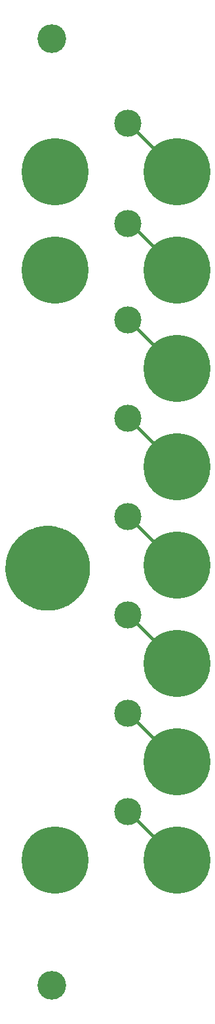
<source format=gts>
G04 (created by PCBNEW-RS274X (2012-01-19 BZR 3256)-stable) date 12/6/2012 8:31:16 PM*
G01*
G70*
G90*
%MOIN*%
G04 Gerber Fmt 3.4, Leading zero omitted, Abs format*
%FSLAX34Y34*%
G04 APERTURE LIST*
%ADD10C,0.006000*%
%ADD11C,0.015000*%
%ADD12C,0.146000*%
%ADD13C,0.138100*%
%ADD14C,0.340000*%
%ADD15C,0.010000*%
G04 APERTURE END LIST*
G54D10*
G54D11*
X14425Y-40076D02*
X11925Y-37576D01*
X14425Y-70076D02*
X11925Y-67576D01*
X14425Y-65076D02*
X11925Y-62576D01*
X14425Y-60076D02*
X11925Y-57576D01*
X14425Y-55076D02*
X11925Y-52576D01*
X14425Y-50076D02*
X11925Y-47576D01*
X14425Y-45076D02*
X11925Y-42576D01*
X14425Y-35076D02*
X11925Y-32576D01*
G54D12*
X08070Y-76446D03*
G54D13*
X11925Y-32600D03*
X11925Y-37700D03*
X11925Y-67600D03*
X11925Y-62600D03*
X11925Y-57600D03*
X11925Y-52600D03*
X11925Y-47600D03*
X11925Y-42600D03*
G54D12*
X08060Y-28316D03*
G54D14*
X08225Y-35075D03*
X14425Y-35075D03*
X14425Y-65075D03*
X08225Y-70075D03*
X14425Y-60075D03*
X14425Y-70075D03*
X14425Y-40075D03*
X08225Y-40075D03*
X14425Y-50075D03*
X14425Y-55075D03*
X14425Y-45075D03*
G54D10*
G36*
X07845Y-57326D02*
X07980Y-57321D01*
X08045Y-57316D01*
X08095Y-57311D01*
X08165Y-57301D01*
X08255Y-57286D01*
X08275Y-57281D01*
X08325Y-57271D01*
X08425Y-57246D01*
X08455Y-57236D01*
X08475Y-57231D01*
X08535Y-57211D01*
X08590Y-57191D01*
X08640Y-57171D01*
X08675Y-57156D01*
X08765Y-57116D01*
X08860Y-57066D01*
X08905Y-57041D01*
X08955Y-57011D01*
X09010Y-56976D01*
X09060Y-56941D01*
X09055Y-56941D01*
X09080Y-56926D01*
X09155Y-56871D01*
X09285Y-56761D01*
X09360Y-56686D01*
X09440Y-56596D01*
X09495Y-56531D01*
X09510Y-56511D01*
X09535Y-56481D01*
X09565Y-56436D01*
X09590Y-56401D01*
X09625Y-56351D01*
X09660Y-56291D01*
X09685Y-56251D01*
X09735Y-56151D01*
X09760Y-56096D01*
X09780Y-56056D01*
X09830Y-55931D01*
X09835Y-55911D01*
X09845Y-55886D01*
X09855Y-55856D01*
X09870Y-55806D01*
X09885Y-55746D01*
X09890Y-55731D01*
X09895Y-55701D01*
X09900Y-55681D01*
X09905Y-55656D01*
X09910Y-55636D01*
X09915Y-55611D01*
X09925Y-55551D01*
X09935Y-55481D01*
X09940Y-55431D01*
X09945Y-55366D01*
X09950Y-55286D01*
X09950Y-55221D01*
X09945Y-55066D01*
X09940Y-55011D01*
X09935Y-54966D01*
X09930Y-54936D01*
X09925Y-54901D01*
X09910Y-54811D01*
X09905Y-54791D01*
X09895Y-54746D01*
X09880Y-54686D01*
X09870Y-54651D01*
X09860Y-54611D01*
X09840Y-54551D01*
X09835Y-54546D01*
X09820Y-54496D01*
X09795Y-54431D01*
X09755Y-54341D01*
X09720Y-54266D01*
X09690Y-54211D01*
X09665Y-54166D01*
X09630Y-54111D01*
X09615Y-54086D01*
X09565Y-54011D01*
X09525Y-53956D01*
X09485Y-53906D01*
X09425Y-53836D01*
X09405Y-53811D01*
X09285Y-53691D01*
X09240Y-53651D01*
X09160Y-53581D01*
X09120Y-53551D01*
X09015Y-53476D01*
X08990Y-53461D01*
X08960Y-53441D01*
X08910Y-53411D01*
X08865Y-53386D01*
X08810Y-53356D01*
X08750Y-53326D01*
X08715Y-53311D01*
X08695Y-53301D01*
X08620Y-53271D01*
X08580Y-53256D01*
X08555Y-53246D01*
X08450Y-53211D01*
X08415Y-53201D01*
X08315Y-53176D01*
X08290Y-53171D01*
X08270Y-53166D01*
X08245Y-53161D01*
X08155Y-53146D01*
X08120Y-53141D01*
X08080Y-53136D01*
X08025Y-53131D01*
X07940Y-53126D01*
X07755Y-53126D01*
X07675Y-53131D01*
X07620Y-53136D01*
X07580Y-53141D01*
X07510Y-53151D01*
X07460Y-53161D01*
X07430Y-53166D01*
X07385Y-53176D01*
X07345Y-53186D01*
X07300Y-53196D01*
X07265Y-53206D01*
X07235Y-53216D01*
X07200Y-53226D01*
X07170Y-53236D01*
X07090Y-53266D01*
X07065Y-53276D01*
X07030Y-53291D01*
X06985Y-53311D01*
X06950Y-53326D01*
X06880Y-53361D01*
X06845Y-53381D01*
X06800Y-53406D01*
X06765Y-53426D01*
X06725Y-53451D01*
X06620Y-53521D01*
X06560Y-53566D01*
X06490Y-53626D01*
X06410Y-53696D01*
X06295Y-53811D01*
X06270Y-53841D01*
X06255Y-53856D01*
X06240Y-53876D01*
X06190Y-53936D01*
X06160Y-53976D01*
X06140Y-54006D01*
X06125Y-54026D01*
X06055Y-54131D01*
X06045Y-54151D01*
X06040Y-54156D01*
X06025Y-54186D01*
X06020Y-54191D01*
X06000Y-54231D01*
X05995Y-54236D01*
X05955Y-54316D01*
X05950Y-54331D01*
X05925Y-54381D01*
X05920Y-54396D01*
X05915Y-54406D01*
X05910Y-54421D01*
X05900Y-54441D01*
X05895Y-54456D01*
X05890Y-54466D01*
X05880Y-54496D01*
X05875Y-54506D01*
X05845Y-54596D01*
X05840Y-54616D01*
X05835Y-54631D01*
X05830Y-54651D01*
X05825Y-54666D01*
X05820Y-54686D01*
X05815Y-54696D01*
X05805Y-54746D01*
X05800Y-54761D01*
X05795Y-54786D01*
X05785Y-54841D01*
X05775Y-54891D01*
X05770Y-54931D01*
X05760Y-55016D01*
X05750Y-55176D01*
X05750Y-55301D01*
X05755Y-55386D01*
X05765Y-55481D01*
X05770Y-55526D01*
X05780Y-55586D01*
X05790Y-55636D01*
X05805Y-55706D01*
X05830Y-55806D01*
X05845Y-55851D01*
X05870Y-55931D01*
X05935Y-56086D01*
X05965Y-56151D01*
X06000Y-56221D01*
X06025Y-56266D01*
X06105Y-56396D01*
X06140Y-56446D01*
X06200Y-56526D01*
X06225Y-56556D01*
X06255Y-56591D01*
X06280Y-56621D01*
X06335Y-56681D01*
X06405Y-56751D01*
X06490Y-56826D01*
X06500Y-56836D01*
X06545Y-56871D01*
X06625Y-56931D01*
X06690Y-56976D01*
X06720Y-56996D01*
X06770Y-57026D01*
X06830Y-57061D01*
X06895Y-57096D01*
X06935Y-57116D01*
X07025Y-57156D01*
X07095Y-57186D01*
X07140Y-57201D01*
X07180Y-57216D01*
X07225Y-57231D01*
X07245Y-57236D01*
X07290Y-57251D01*
X07350Y-57266D01*
X07375Y-57271D01*
X07390Y-57276D01*
X07415Y-57281D01*
X07445Y-57286D01*
X07495Y-57296D01*
X07525Y-57301D01*
X07565Y-57306D01*
X07600Y-57311D01*
X07650Y-57316D01*
X07705Y-57321D01*
X07845Y-57326D01*
X07845Y-57326D01*
G37*
G54D15*
X07845Y-57326D02*
X07980Y-57321D01*
X08045Y-57316D01*
X08095Y-57311D01*
X08165Y-57301D01*
X08255Y-57286D01*
X08275Y-57281D01*
X08325Y-57271D01*
X08425Y-57246D01*
X08455Y-57236D01*
X08475Y-57231D01*
X08535Y-57211D01*
X08590Y-57191D01*
X08640Y-57171D01*
X08675Y-57156D01*
X08765Y-57116D01*
X08860Y-57066D01*
X08905Y-57041D01*
X08955Y-57011D01*
X09010Y-56976D01*
X09060Y-56941D01*
X09055Y-56941D01*
X09080Y-56926D01*
X09155Y-56871D01*
X09285Y-56761D01*
X09360Y-56686D01*
X09440Y-56596D01*
X09495Y-56531D01*
X09510Y-56511D01*
X09535Y-56481D01*
X09565Y-56436D01*
X09590Y-56401D01*
X09625Y-56351D01*
X09660Y-56291D01*
X09685Y-56251D01*
X09735Y-56151D01*
X09760Y-56096D01*
X09780Y-56056D01*
X09830Y-55931D01*
X09835Y-55911D01*
X09845Y-55886D01*
X09855Y-55856D01*
X09870Y-55806D01*
X09885Y-55746D01*
X09890Y-55731D01*
X09895Y-55701D01*
X09900Y-55681D01*
X09905Y-55656D01*
X09910Y-55636D01*
X09915Y-55611D01*
X09925Y-55551D01*
X09935Y-55481D01*
X09940Y-55431D01*
X09945Y-55366D01*
X09950Y-55286D01*
X09950Y-55221D01*
X09945Y-55066D01*
X09940Y-55011D01*
X09935Y-54966D01*
X09930Y-54936D01*
X09925Y-54901D01*
X09910Y-54811D01*
X09905Y-54791D01*
X09895Y-54746D01*
X09880Y-54686D01*
X09870Y-54651D01*
X09860Y-54611D01*
X09840Y-54551D01*
X09835Y-54546D01*
X09820Y-54496D01*
X09795Y-54431D01*
X09755Y-54341D01*
X09720Y-54266D01*
X09690Y-54211D01*
X09665Y-54166D01*
X09630Y-54111D01*
X09615Y-54086D01*
X09565Y-54011D01*
X09525Y-53956D01*
X09485Y-53906D01*
X09425Y-53836D01*
X09405Y-53811D01*
X09285Y-53691D01*
X09240Y-53651D01*
X09160Y-53581D01*
X09120Y-53551D01*
X09015Y-53476D01*
X08990Y-53461D01*
X08960Y-53441D01*
X08910Y-53411D01*
X08865Y-53386D01*
X08810Y-53356D01*
X08750Y-53326D01*
X08715Y-53311D01*
X08695Y-53301D01*
X08620Y-53271D01*
X08580Y-53256D01*
X08555Y-53246D01*
X08450Y-53211D01*
X08415Y-53201D01*
X08315Y-53176D01*
X08290Y-53171D01*
X08270Y-53166D01*
X08245Y-53161D01*
X08155Y-53146D01*
X08120Y-53141D01*
X08080Y-53136D01*
X08025Y-53131D01*
X07940Y-53126D01*
X07755Y-53126D01*
X07675Y-53131D01*
X07620Y-53136D01*
X07580Y-53141D01*
X07510Y-53151D01*
X07460Y-53161D01*
X07430Y-53166D01*
X07385Y-53176D01*
X07345Y-53186D01*
X07300Y-53196D01*
X07265Y-53206D01*
X07235Y-53216D01*
X07200Y-53226D01*
X07170Y-53236D01*
X07090Y-53266D01*
X07065Y-53276D01*
X07030Y-53291D01*
X06985Y-53311D01*
X06950Y-53326D01*
X06880Y-53361D01*
X06845Y-53381D01*
X06800Y-53406D01*
X06765Y-53426D01*
X06725Y-53451D01*
X06620Y-53521D01*
X06560Y-53566D01*
X06490Y-53626D01*
X06410Y-53696D01*
X06295Y-53811D01*
X06270Y-53841D01*
X06255Y-53856D01*
X06240Y-53876D01*
X06190Y-53936D01*
X06160Y-53976D01*
X06140Y-54006D01*
X06125Y-54026D01*
X06055Y-54131D01*
X06045Y-54151D01*
X06040Y-54156D01*
X06025Y-54186D01*
X06020Y-54191D01*
X06000Y-54231D01*
X05995Y-54236D01*
X05955Y-54316D01*
X05950Y-54331D01*
X05925Y-54381D01*
X05920Y-54396D01*
X05915Y-54406D01*
X05910Y-54421D01*
X05900Y-54441D01*
X05895Y-54456D01*
X05890Y-54466D01*
X05880Y-54496D01*
X05875Y-54506D01*
X05845Y-54596D01*
X05840Y-54616D01*
X05835Y-54631D01*
X05830Y-54651D01*
X05825Y-54666D01*
X05820Y-54686D01*
X05815Y-54696D01*
X05805Y-54746D01*
X05800Y-54761D01*
X05795Y-54786D01*
X05785Y-54841D01*
X05775Y-54891D01*
X05770Y-54931D01*
X05760Y-55016D01*
X05750Y-55176D01*
X05750Y-55301D01*
X05755Y-55386D01*
X05765Y-55481D01*
X05770Y-55526D01*
X05780Y-55586D01*
X05790Y-55636D01*
X05805Y-55706D01*
X05830Y-55806D01*
X05845Y-55851D01*
X05870Y-55931D01*
X05935Y-56086D01*
X05965Y-56151D01*
X06000Y-56221D01*
X06025Y-56266D01*
X06105Y-56396D01*
X06140Y-56446D01*
X06200Y-56526D01*
X06225Y-56556D01*
X06255Y-56591D01*
X06280Y-56621D01*
X06335Y-56681D01*
X06405Y-56751D01*
X06490Y-56826D01*
X06500Y-56836D01*
X06545Y-56871D01*
X06625Y-56931D01*
X06690Y-56976D01*
X06720Y-56996D01*
X06770Y-57026D01*
X06830Y-57061D01*
X06895Y-57096D01*
X06935Y-57116D01*
X07025Y-57156D01*
X07095Y-57186D01*
X07140Y-57201D01*
X07180Y-57216D01*
X07225Y-57231D01*
X07245Y-57236D01*
X07290Y-57251D01*
X07350Y-57266D01*
X07375Y-57271D01*
X07390Y-57276D01*
X07415Y-57281D01*
X07445Y-57286D01*
X07495Y-57296D01*
X07525Y-57301D01*
X07565Y-57306D01*
X07600Y-57311D01*
X07650Y-57316D01*
X07705Y-57321D01*
X07845Y-57326D01*
M02*

</source>
